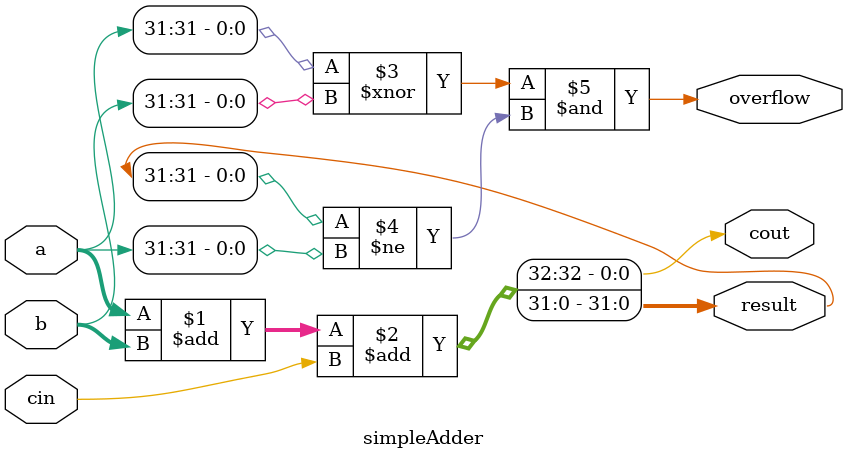
<source format=v>
module simpleAdder (
    input wire [31:0] a,
    input wire [31:0] b, 
    input wire cin,
    output wire [31:0] result,
    output wire cout,
    output wire overflow
);

assign { cout , result}=a+b+cin;

assign overflow=(a[31]~^b[31])&(result[31]!=a[31]);


endmodule
</source>
